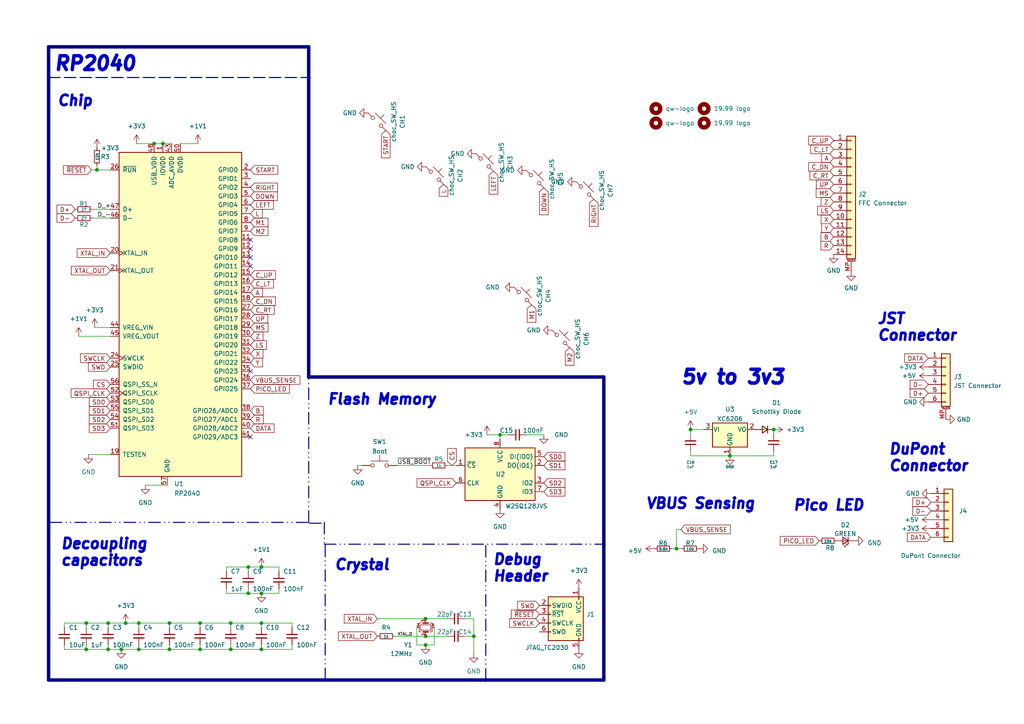
<source format=kicad_sch>
(kicad_sch (version 20230121) (generator eeschema)
  (paper "A4")
  (junction (at 31.369 188.341))
  (junction (at 89.535 109.347))
  (junction (at 72.009 172.085))
  (junction (at 31.369 180.721))
  (junction (at 123.444 184.531))
  (junction (at 224.409 124.587))
  (junction (at 75.819 180.721))
  (junction (at 16.256 224.79))
  (junction (at 11.176 229.489))
  (junction (at 58.039 180.721))
  (junction (at 49.149 180.721))
  (junction (at 28.1112 49.276))
  (junction (at 36.449 180.721))
  (junction (at 35.179 188.341))
  (junction (at 25.019 188.341))
  (junction (at 140.89 197.231))
  (junction (at 72.009 164.465))
  (junction (at 200.279 124.587) (diameter 0.9144))
  (junction (at 49.149 188.341))
  (junction (at 44.704 41.656))
  (junction (at 11.176 224.79))
  (junction (at 14.097 22.479))
  (junction (at 75.819 164.465))
  (junction (at 40.259 180.721))
  (junction (at 123.444 187.071))
  (junction (at 211.709 132.207) (diameter 0.9144))
  (junction (at 75.819 188.341))
  (junction (at 66.929 188.341))
  (junction (at 123.444 179.451))
  (junction (at 145.034 126.111))
  (junction (at 137.414 184.531))
  (junction (at 175.133 157.8441))
  (junction (at 75.9714 252.73))
  (junction (at 66.929 180.721))
  (junction (at 58.039 188.341))
  (junction (at 196.215 159.131))
  (junction (at 47.244 41.656))
  (junction (at 25.019 180.721))
  (junction (at 75.819 172.085))
  (junction (at 89.535 22.479))
  (junction (at 40.259 188.341))
  (no_connect (at 23.876 247.65))
  (no_connect (at 41.656 247.65))
  (no_connect (at 72.644 126.746))
  (no_connect (at 72.644 74.676))
  (no_connect (at 76.327 285.75))
  (no_connect (at 26.416 247.65))
  (no_connect (at 72.644 77.216))
  (no_connect (at 49.276 247.65))
  (no_connect (at 76.327 290.83))
  (no_connect (at 72.644 72.136))
  (no_connect (at 34.036 247.65))
  (no_connect (at 72.644 69.596))
  (no_connect (at 72.644 107.696))
  (wire (pts (xy 125.984 181.991) (xy 125.984 187.071)))
  (bus (pts (xy 14.605 151.511) (xy 89.535 151.511)) (stroke (width 0) (type dash_dot_dot)))
  (wire (pts (xy 125.984 187.071) (xy 123.444 187.071)))
  (wire (pts (xy 40.259 180.721) (xy 40.259 181.991)))
  (wire (pts (xy 80.899 164.465) (xy 80.899 165.735)))
  (wire (pts (xy 49.149 180.721) (xy 49.149 181.991)))
  (wire (pts (xy 211.709 132.207) (xy 224.409 132.207)))
  (wire (pts (xy 49.149 188.341) (xy 49.149 187.071)))
  (wire (pts (xy 134.874 179.451) (xy 137.414 179.451)))
  (wire (pts (xy 31.369 188.341) (xy 35.179 188.341)))
  (wire (pts (xy 109.474 179.451) (xy 123.444 179.451)))
  (bus (pts (xy 14.097 13.589) (xy 89.535 13.589)) (stroke (width 1)))
  (wire (pts (xy 47.244 41.656) (xy 49.784 41.656)))
  (bus (pts (xy 89.535 13.589) (xy 89.535 22.479)) (stroke (width 1)))
  (wire (pts (xy 40.259 188.341) (xy 40.259 187.071)))
  (wire (pts (xy 26.8732 63.246) (xy 32.004 63.246)))
  (wire (pts (xy 31.369 180.721) (xy 36.449 180.721)))
  (bus (pts (xy 89.535 151.511) (xy 89.535 109.347)) (stroke (width 0) (type dash_dot_dot)))
  (wire (pts (xy 65.659 172.085) (xy 72.009 172.085)))
  (wire (pts (xy 75.819 180.721) (xy 75.819 181.991)))
  (wire (pts (xy 75.9714 252.73) (xy 77.216 252.73)))
  (wire (pts (xy 32.004 97.536) (xy 22.8346 97.536)))
  (wire (pts (xy 224.409 130.9116) (xy 224.409 132.207)))
  (wire (pts (xy 65.659 164.465) (xy 65.659 165.735)))
  (bus (pts (xy 140.89 197.231) (xy 140.89 157.861)) (stroke (width 0) (type dash_dot_dot)))
  (wire (pts (xy 123.444 184.531) (xy 114.554 184.531)))
  (wire (pts (xy 58.039 180.721) (xy 66.929 180.721)))
  (wire (pts (xy 40.259 188.341) (xy 49.149 188.341)))
  (wire (pts (xy 120.904 187.071) (xy 123.444 187.071)))
  (wire (pts (xy 25.019 187.071) (xy 25.019 188.341)))
  (wire (pts (xy 196.215 153.543) (xy 196.215 159.131)))
  (wire (pts (xy 145.034 126.111) (xy 147.574 126.111)))
  (wire (pts (xy 18.669 187.071) (xy 18.669 188.341)))
  (wire (pts (xy 18.669 180.721) (xy 25.019 180.721)))
  (wire (pts (xy 28.1112 48.006) (xy 28.1112 49.276)))
  (wire (pts (xy 36.449 180.721) (xy 40.259 180.721)))
  (wire (pts (xy 42.164 140.716) (xy 48.514 140.716)))
  (wire (pts (xy 194.945 159.131) (xy 196.215 159.131)))
  (wire (pts (xy 80.899 172.085) (xy 80.899 170.815)))
  (wire (pts (xy 27.4574 94.996) (xy 32.004 94.996)))
  (wire (pts (xy 75.819 164.465) (xy 80.899 164.465)))
  (wire (pts (xy 115.189 135.001) (xy 124.714 135.001)))
  (wire (pts (xy 66.929 187.071) (xy 66.929 188.341)))
  (bus (pts (xy 14.097 22.479) (xy 89.535 22.479)) (stroke (width 0) (type dash)))
  (wire (pts (xy 75.819 188.341) (xy 75.819 187.071)))
  (wire (pts (xy 11.176 232.41) (xy 16.256 232.41)))
  (wire (pts (xy 129.794 135.001) (xy 132.334 135.001)))
  (wire (pts (xy 35.179 188.341) (xy 40.259 188.341)))
  (bus (pts (xy 94.3282 158.0981) (xy 94.3282 197.485)) (stroke (width 0) (type dash_dot_dot)))
  (wire (pts (xy 25.019 188.341) (xy 31.369 188.341)))
  (bus (pts (xy 175.133 157.8441) (xy 175.133 157.861)))
  (wire (pts (xy 72.009 170.815) (xy 72.009 172.085)))
  (wire (pts (xy 44.704 41.656) (xy 47.244 41.656)))
  (wire (pts (xy 26.8732 60.706) (xy 32.004 60.706)))
  (bus (pts (xy 89.535 22.479) (xy 89.535 109.347)) (stroke (width 1)))
  (wire (pts (xy 72.009 164.465) (xy 72.009 165.735)))
  (bus (pts (xy 175.133 157.8441) (xy 175.133 109.347)) (stroke (width 1)))
  (wire (pts (xy 75.819 172.085) (xy 80.899 172.085)))
  (wire (pts (xy 66.929 180.721) (xy 66.929 181.991)))
  (wire (pts (xy 72.009 164.465) (xy 65.659 164.465)))
  (wire (pts (xy 58.039 188.341) (xy 66.929 188.341)))
  (bus (pts (xy 14.097 197.231) (xy 140.89 197.231)) (stroke (width 1)))
  (wire (pts (xy 69.596 247.65) (xy 67.056 247.65)))
  (wire (pts (xy 28.1112 49.276) (xy 32.004 49.276)))
  (wire (pts (xy 31.369 180.721) (xy 31.369 181.991)))
  (wire (pts (xy 145.034 126.111) (xy 145.034 127.381)))
  (wire (pts (xy 75.819 164.465) (xy 72.009 164.465)))
  (wire (pts (xy 75.819 180.721) (xy 84.709 180.721)))
  (wire (pts (xy 31.369 187.071) (xy 31.369 188.341)))
  (wire (pts (xy 16.256 224.79) (xy 16.256 229.489)))
  (wire (pts (xy 74.676 252.73) (xy 75.9714 252.73)))
  (bus (pts (xy 94.0742 157.8441) (xy 175.133 157.8441)) (stroke (width 0) (type dash_dot_dot)))
  (wire (pts (xy 200.279 124.587) (xy 200.279 125.857)))
  (wire (pts (xy 137.414 184.531) (xy 137.414 189.611)))
  (wire (pts (xy 84.709 188.341) (xy 84.709 187.071)))
  (wire (pts (xy 64.516 247.65) (xy 61.976 247.65)))
  (wire (pts (xy 75.819 188.341) (xy 84.709 188.341)))
  (bus (pts (xy 140.89 197.231) (xy 175.133 197.231)) (stroke (width 1)))
  (wire (pts (xy 49.149 188.341) (xy 58.039 188.341)))
  (wire (pts (xy 11.176 229.489) (xy 11.176 232.41)))
  (wire (pts (xy 152.654 126.111) (xy 157.734 126.111)))
  (wire (pts (xy 26.5683 49.276) (xy 28.1112 49.276)))
  (wire (pts (xy 31.369 180.721) (xy 25.019 180.721)))
  (wire (pts (xy 49.149 180.721) (xy 58.039 180.721)))
  (wire (pts (xy 25.019 180.721) (xy 25.019 181.991)))
  (bus (pts (xy 94.0742 151.511) (xy 94.0742 157.8441)) (stroke (width 0) (type dash_dot_dot)))
  (wire (pts (xy 103.759 135.001) (xy 105.029 135.001)))
  (wire (pts (xy 141.224 126.111) (xy 145.034 126.111)))
  (wire (pts (xy 120.904 181.991) (xy 120.904 187.071)))
  (wire (pts (xy 137.414 179.451) (xy 137.414 184.531)))
  (wire (pts (xy 196.215 159.131) (xy 197.6628 159.131)))
  (wire (pts (xy 200.279 130.937) (xy 200.279 132.207)))
  (wire (pts (xy 137.414 184.531) (xy 134.874 184.531)))
  (wire (pts (xy 84.709 180.721) (xy 84.709 181.991)))
  (wire (pts (xy 129.794 184.531) (xy 123.444 184.531)))
  (wire (pts (xy 66.929 188.341) (xy 75.819 188.341)))
  (bus (pts (xy 89.789 151.765) (xy 94.3282 151.765)) (stroke (width 0) (type dash_dot_dot)))
  (bus (pts (xy 89.535 109.347) (xy 175.133 109.347)) (stroke (width 1)))
  (wire (pts (xy 72.009 172.085) (xy 75.819 172.085)))
  (bus (pts (xy 175.133 197.231) (xy 175.133 157.8441)) (stroke (width 1)))
  (wire (pts (xy 39.624 41.656) (xy 44.704 41.656)))
  (wire (pts (xy 11.176 224.79) (xy 11.176 229.489)))
  (wire (pts (xy 211.709 132.207) (xy 200.279 132.207)))
  (wire (pts (xy 25.654 131.826) (xy 32.004 131.826)))
  (wire (pts (xy 58.039 187.071) (xy 58.039 188.341)))
  (wire (pts (xy 224.409 125.8316) (xy 224.409 124.587)))
  (wire (pts (xy 52.324 41.656) (xy 57.404 41.656)))
  (bus (pts (xy 14.097 22.479) (xy 14.097 197.231)) (stroke (width 1)))
  (wire (pts (xy 197.485 153.543) (xy 196.215 153.543)))
  (wire (pts (xy 129.794 179.451) (xy 123.444 179.451)))
  (wire (pts (xy 200.279 124.587) (xy 204.089 124.587)))
  (wire (pts (xy 18.669 181.991) (xy 18.669 180.721)))
  (wire (pts (xy 58.039 180.721) (xy 58.039 181.991)))
  (wire (pts (xy 18.669 188.341) (xy 25.019 188.341)))
  (wire (pts (xy 66.929 180.721) (xy 75.819 180.721)))
  (wire (pts (xy 40.259 180.721) (xy 49.149 180.721)))
  (bus (pts (xy 14.097 13.589) (xy 14.097 22.479)) (stroke (width 1)))
  (wire (pts (xy 65.659 170.815) (xy 65.659 172.085)))
  (text "RP2040" (at 15.367 20.955 0) (effects (font (size 4 4) (thickness 2) bold italic) (justify left bottom)))
  (text "ESD Protection" (at 11.303 273.558 0) (effects (font (size 4 4) (thickness 2) bold italic) (justify left bottom)))
  (text "Pico LED" (at 229.8192 148.463 0) (effects (font (size 3 3) (thickness 2) bold italic) (justify left bottom)))
  (text "Flash Memory" (at 94.742 117.729 0) (effects (font (size 3 3) (thickness 2) bold italic) (justify left bottom)))
  (text "Crystal" (at 96.774 165.735 0) (effects (font (size 3 3) (thickness 2) bold italic) (justify left bottom)))
  (text "JST\nConnector" (at 254.254 99.187 0) (effects (font (size 3 3) (thickness 2) bold italic) (justify left bottom)))
  (text "USB PORT" (at 8.382 216.662 0) (effects (font (size 4 4) (thickness 2) bold italic) (justify left bottom)))
  (text "Chip" (at 16.383 31.115 0) (effects (font (size 3 3) (thickness 2) bold italic) (justify left bottom)))
  (text "5v to 3v3" (at 197.231 111.887 0) (effects (font (size 4 4) (thickness 2) bold italic) (justify left bottom)))
  (text "VBUS Sensing" (at 187.071 147.955 0) (effects (font (size 3 3) (thickness 2) bold italic) (justify left bottom)))
  (text "DuPont\nConnector" (at 257.556 137.033 0) (effects (font (size 3 3) (thickness 2) bold italic) (justify left bottom)))
  (text "Decoupling\ncapacitors" (at 17.399 164.465 0) (effects (font (size 3 3) (thickness 2) bold italic) (justify left bottom)))
  (text "Debug\nHeader" (at 142.748 169.037 0) (effects (font (size 3 3) (thickness 2) bold italic) (justify left bottom)))
  (label "~{USB_BOOT}" (at 115.189 135.001 0))
  (label "D_-" (at 28.194 63.246 0))
  (label "D_+" (at 28.194 60.706 0))
  (label "XTAL_O" (at 119.634 184.531 180) (effects (font (size 0.8 0.8))))
  (global_label "C_RT" (shape input) (at 195.453 236.601 180) (property "Intersheetrefs" "${INTERSHEET_REFS}" (effects hide)))
  (global_label "C_UP" (shape input) (at 241.808 40.767 180) (property "Intersheetrefs" "${INTERSHEET_REFS}" (effects hide)))
  (global_label "SWCLK" (shape input) (at 32.004 103.886 180) (property "Intersheetrefs" "${INTERSHEET_REFS}" (effects hide)))
  (global_label "M2" (shape input) (at 72.644 67.056 0) (property "Intersheetrefs" "${INTERSHEET_REFS}" (effects hide)))
  (global_label "SD3" (shape input) (at 157.734 142.621 0) (property "Intersheetrefs" "${INTERSHEET_REFS}" (effects hide)))
  (global_label "Y" (shape input) (at 195.453 251.841 180) (property "Intersheetrefs" "${INTERSHEET_REFS}" (effects hide)))
  (global_label "LEFT" (shape input) (at 72.644 59.436 0) (property "Intersheetrefs" "${INTERSHEET_REFS}" (effects hide)))
  (global_label "Y" (shape input) (at 241.808 66.167 180) (property "Intersheetrefs" "${INTERSHEET_REFS}" (effects hide)))
  (global_label "QSPI_CLK" (shape input) (at 132.334 140.081 180) (property "Intersheetrefs" "${INTERSHEET_REFS}" (effects hide)))
  (global_label "DATA" (shape input) (at 130.556 274.066 180) (property "Intersheetrefs" "${INTERSHEET_REFS}" (effects hide)))
  (global_label "A" (shape input) (at 260.604 295.529 270) (property "Intersheetrefs" "${INTERSHEET_REFS}" (effects hide)))
  (global_label "D-" (shape input) (at 130.556 266.446 180) (property "Intersheetrefs" "${INTERSHEET_REFS}" (effects hide)))
  (global_label "D+" (shape input) (at 21.7932 60.706 180) (property "Intersheetrefs" "${INTERSHEET_REFS}" (effects hide)))
  (global_label "DATA" (shape input) (at 72.644 124.206 0) (property "Intersheetrefs" "${INTERSHEET_REFS}" (effects hide)))
  (global_label "3vCable" (shape input) (at 31.496 247.65 270) (property "Intersheetrefs" "${INTERSHEET_REFS}" (effects hide)))
  (global_label "SD0" (shape input) (at 32.004 116.586 180) (property "Intersheetrefs" "${INTERSHEET_REFS}" (effects hide)))
  (global_label "M2" (shape input) (at 165.227 100.838 270) (property "Intersheetrefs" "${INTERSHEET_REFS}" (effects hide)))
  (global_label "M1" (shape input) (at 72.644 64.516 0) (property "Intersheetrefs" "${INTERSHEET_REFS}" (effects hide)))
  (global_label "3vDiode" (shape input) (at 129.159 244.983 180) (property "Intersheetrefs" "${INTERSHEET_REFS}" (effects hide)))
  (global_label "RIGHT" (shape input) (at 172.212 57.785 270) (property "Intersheetrefs" "${INTERSHEET_REFS}" (effects hide)))
  (global_label "3vDiode" (shape input) (at 109.728 226.695 0) (property "Intersheetrefs" "${INTERSHEET_REFS}" (effects hide)))
  (global_label "M1" (shape input) (at 154.178 88.392 270) (property "Intersheetrefs" "${INTERSHEET_REFS}" (effects hide)))
  (global_label "DOWN" (shape input) (at 157.734 54.483 270) (property "Intersheetrefs" "${INTERSHEET_REFS}" (effects hide)))
  (global_label "DATA" (shape input) (at 269.24 103.886 180) (property "Intersheetrefs" "${INTERSHEET_REFS}" (effects hide)))
  (global_label "3vCable" (shape input) (at 46.736 247.65 270) (property "Intersheetrefs" "${INTERSHEET_REFS}" (effects hide)))
  (global_label "DATA" (shape input) (at 270.002 155.829 180) (property "Intersheetrefs" "${INTERSHEET_REFS}" (effects hide)))
  (global_label "C_UP" (shape input) (at 243.967 284.099 270) (property "Intersheetrefs" "${INTERSHEET_REFS}" (effects hide)))
  (global_label "C_LT" (shape input) (at 195.453 228.981 180) (property "Intersheetrefs" "${INTERSHEET_REFS}" (effects hide)))
  (global_label "D+" (shape input) (at 129.159 237.363 180) (property "Intersheetrefs" "${INTERSHEET_REFS}" (effects hide)))
  (global_label "SWD" (shape input) (at 156.464 175.641 180) (property "Intersheetrefs" "${INTERSHEET_REFS}" (effects hide)))
  (global_label "PICO_LED" (shape input) (at 72.644 112.776 0) (property "Intersheetrefs" "${INTERSHEET_REFS}" (effects hide)))
  (global_label "MS" (shape input) (at 241.808 56.007 180) (property "Intersheetrefs" "${INTERSHEET_REFS}" (effects hide)))
  (global_label "LS" (shape input) (at 241.808 61.087 180) (property "Intersheetrefs" "${INTERSHEET_REFS}" (effects hide)))
  (global_label "VBUS_SENSE" (shape input) (at 197.485 153.543 0) (property "Intersheetrefs" "${INTERSHEET_REFS}" (effects hide)))
  (global_label "R" (shape input) (at 72.644 121.666 0) (property "Intersheetrefs" "${INTERSHEET_REFS}" (effects hide)))
  (global_label "C_UP" (shape input) (at 195.453 226.441 180) (property "Intersheetrefs" "${INTERSHEET_REFS}" (effects hide)))
  (global_label "C_LT" (shape input) (at 72.644 82.296 0) (property "Intersheetrefs" "${INTERSHEET_REFS}" (effects hide)))
  (global_label "SWD" (shape input) (at 32.004 106.426 180) (property "Intersheetrefs" "${INTERSHEET_REFS}" (effects hide)))
  (global_label "XTAL_OUT" (shape input) (at 32.004 78.486 180) (property "Intersheetrefs" "${INTERSHEET_REFS}" (effects hide)))
  (global_label "X" (shape input) (at 241.808 63.627 180) (property "Intersheetrefs" "${INTERSHEET_REFS}" (effects hide)))
  (global_label "Y" (shape input) (at 244.856 233.68 270) (property "Intersheetrefs" "${INTERSHEET_REFS}" (effects hide)))
  (global_label "LS" (shape input) (at 195.453 246.761 180) (property "Intersheetrefs" "${INTERSHEET_REFS}" (effects hide)))
  (global_label "D-" (shape input) (at 270.002 148.209 180) (property "Intersheetrefs" "${INTERSHEET_REFS}" (effects hide)))
  (global_label "A" (shape input) (at 195.453 231.521 180) (property "Intersheetrefs" "${INTERSHEET_REFS}" (effects hide)))
  (global_label "C_RT" (shape input) (at 256.54 280.797 270) (property "Intersheetrefs" "${INTERSHEET_REFS}" (effects hide)))
  (global_label "DBUS+" (shape input) (at 63.2968 247.65 270) (property "Intersheetrefs" "${INTERSHEET_REFS}" (effects hide)))
  (global_label "R" (shape input) (at 195.453 256.921 180) (property "Intersheetrefs" "${INTERSHEET_REFS}" (effects hide)))
  (global_label "A" (shape input) (at 72.644 84.836 0) (property "Intersheetrefs" "${INTERSHEET_REFS}" (effects hide)))
  (global_label "START" (shape input) (at 72.644 49.276 0) (property "Intersheetrefs" "${INTERSHEET_REFS}" (effects hide)))
  (global_label "D+" (shape input) (at 269.24 114.046 180) (property "Intersheetrefs" "${INTERSHEET_REFS}" (effects hide)))
  (global_label "C_DN" (shape input) (at 195.453 234.061 180) (property "Intersheetrefs" "${INTERSHEET_REFS}" (effects hide)))
  (global_label "C_DN" (shape input) (at 241.808 48.387 180) (property "Intersheetrefs" "${INTERSHEET_REFS}" (effects hide)))
  (global_label "B" (shape input) (at 72.644 119.126 0) (property "Intersheetrefs" "${INTERSHEET_REFS}" (effects hide)))
  (global_label "Z" (shape input) (at 266.954 250.063 270) (property "Intersheetrefs" "${INTERSHEET_REFS}" (effects hide)))
  (global_label "B" (shape input) (at 241.808 68.707 180) (property "Intersheetrefs" "${INTERSHEET_REFS}" (effects hide)))
  (global_label "C_RT" (shape input) (at 241.808 50.927 180) (property "Intersheetrefs" "${INTERSHEET_REFS}" (effects hide)))
  (global_label "~{RESET}" (shape input) (at 156.464 178.181 180) (property "Intersheetrefs" "${INTERSHEET_REFS}" (effects hide)))
  (global_label "SD2" (shape input) (at 32.004 121.666 180) (property "Intersheetrefs" "${INTERSHEET_REFS}" (effects hide)))
  (global_label "~{RESET}" (shape input) (at 26.5683 49.276 180) (property "Intersheetrefs" "${INTERSHEET_REFS}" (effects hide)))
  (global_label "MS" (shape input) (at 72.644 94.996 0) (property "Intersheetrefs" "${INTERSHEET_REFS}" (effects hide)))
  (global_label "CS" (shape input) (at 32.004 111.506 180) (property "Intersheetrefs" "${INTERSHEET_REFS}" (effects hide)))
  (global_label "MS" (shape input) (at 274.955 240.665 270) (property "Intersheetrefs" "${INTERSHEET_REFS}" (effects hide)))
  (global_label "RIGHT" (shape input) (at 72.644 54.356 0) (property "Intersheetrefs" "${INTERSHEET_REFS}" (effects hide)))
  (global_label "UP" (shape input) (at 282.829 254.508 270) (property "Intersheetrefs" "${INTERSHEET_REFS}" (effects hide)))
  (global_label "Z" (shape input) (at 195.453 244.221 180) (property "Intersheetrefs" "${INTERSHEET_REFS}" (effects hide)))
  (global_label "X" (shape input) (at 195.453 249.301 180) (property "Intersheetrefs" "${INTERSHEET_REFS}" (effects hide)))
  (global_label "SD2" (shape input) (at 157.734 140.081 0) (property "Intersheetrefs" "${INTERSHEET_REFS}" (effects hide)))
  (global_label "A" (shape input) (at 241.808 45.847 180) (property "Intersheetrefs" "${INTERSHEET_REFS}" (effects hide)))
  (global_label "DATABUS" (shape input) (at 96.647 285.75 0) (property "Intersheetrefs" "${INTERSHEET_REFS}" (effects hide)))
  (global_label "DATA" (shape input) (at 96.647 290.83 0) (property "Intersheetrefs" "${INTERSHEET_REFS}" (effects hide)))
  (global_label "DBUS+" (shape input) (at 24.003 294.132 180) (property "Intersheetrefs" "${INTERSHEET_REFS}" (effects hide)))
  (global_label "XTAL_IN" (shape input) (at 32.004 73.406 180) (property "Intersheetrefs" "${INTERSHEET_REFS}" (effects hide)))
  (global_label "3vDiode" (shape input) (at 130.556 271.526 180) (property "Intersheetrefs" "${INTERSHEET_REFS}" (effects hide)))
  (global_label "C_DN" (shape input) (at 249.174 311.023 270) (property "Intersheetrefs" "${INTERSHEET_REFS}" (effects hide)))
  (global_label "C_RT" (shape input) (at 72.644 89.916 0) (property "Intersheetrefs" "${INTERSHEET_REFS}" (effects hide)))
  (global_label "B" (shape input) (at 244.856 252.603 270) (property "Intersheetrefs" "${INTERSHEET_REFS}" (effects hide)))
  (global_label "SWCLK" (shape input) (at 156.464 180.721 180) (property "Intersheetrefs" "${INTERSHEET_REFS}" (effects hide)))
  (global_label "XTAL_OUT" (shape input) (at 109.474 184.531 180) (property "Intersheetrefs" "${INTERSHEET_REFS}" (effects hide)))
  (global_label "3vCable" (shape input) (at 86.487 278.13 90) (property "Intersheetrefs" "${INTERSHEET_REFS}" (effects hide)))
  (global_label "D-" (shape input) (at 44.323 289.052 0) (property "Intersheetrefs" "${INTERSHEET_REFS}" (effects hide)))
  (global_label "UP" (shape input) (at 195.453 239.141 180) (property "Intersheetrefs" "${INTERSHEET_REFS}" (effects hide)))
  (global_label "DATABUS" (shape input) (at 54.356 247.65 270) (property "Intersheetrefs" "${INTERSHEET_REFS}" (effects hide)))
  (global_label "L" (shape input) (at 128.651 53.467 270) (property "Intersheetrefs" "${INTERSHEET_REFS}" (effects hide)))
  (global_label "DBUS-" (shape input) (at 68.3768 247.65 270) (property "Intersheetrefs" "${INTERSHEET_REFS}" (effects hide)))
  (global_label "PICO_LED" (shape input) (at 237.617 156.845 180) (property "Intersheetrefs" "${INTERSHEET_REFS}" (effects hide)))
  (global_label "LS" (shape input) (at 72.644 100.076 0) (property "Intersheetrefs" "${INTERSHEET_REFS}" (effects hide)))
  (global_label "3vCable" (shape input) (at 104.648 226.695 180) (property "Intersheetrefs" "${INTERSHEET_REFS}" (effects hide)))
  (global_label "D-" (shape input) (at 21.7932 63.246 180) (property "Intersheetrefs" "${INTERSHEET_REFS}" (effects hide)))
  (global_label "START" (shape input) (at 111.887 37.846 270) (property "Intersheetrefs" "${INTERSHEET_REFS}" (effects hide)))
  (global_label "D-" (shape input) (at 269.24 111.506 180) (property "Intersheetrefs" "${INTERSHEET_REFS}" (effects hide)))
  (global_label "D+" (shape input) (at 130.556 263.906 180) (property "Intersheetrefs" "${INTERSHEET_REFS}" (effects hide)))
  (global_label "Z" (shape input) (at 72.644 97.536 0) (property "Intersheetrefs" "${INTERSHEET_REFS}" (effects hide)))
  (global_label "DATA" (shape input) (at 129.159 247.523 180) (property "Intersheetrefs" "${INTERSHEET_REFS}" (effects hide)))
  (global_label "XTAL_IN" (shape input) (at 109.474 179.451 180) (property "Intersheetrefs" "${INTERSHEET_REFS}" (effects hide)))
  (global_label "C_DN" (shape input) (at 72.644 87.376 0) (property "Intersheetrefs" "${INTERSHEET_REFS}" (effects hide)))
  (global_label "DBUS-" (shape input) (at 44.323 294.132 0) (property "Intersheetrefs" "${INTERSHEET_REFS}" (effects hide)))
  (global_label "C_UP" (shape input) (at 72.644 79.756 0) (property "Intersheetrefs" "${INTERSHEET_REFS}" (effects hide)))
  (global_label "R" (shape input) (at 236.982 238.76 270) (property "Intersheetrefs" "${INTERSHEET_REFS}" (effects hide)))
  (global_label "Y" (shape input) (at 72.644 105.156 0) (property "Intersheetrefs" "${INTERSHEET_REFS}" (effects hide)))
  (global_label "X" (shape input) (at 72.644 102.616 0) (property "Intersheetrefs" "${INTERSHEET_REFS}" (effects hide)))
  (global_label "DOWN" (shape input) (at 72.644 56.896 0) (property "Intersheetrefs" "${INTERSHEET_REFS}" (effects hide)))
  (global_label "MS" (shape input) (at 195.453 241.681 180) (property "Intersheetrefs" "${INTERSHEET_REFS}" (effects hide)))
  (global_label "LEFT" (shape input) (at 143.129 49.657 270) (property "Intersheetrefs" "${INTERSHEET_REFS}" (effects hide)))
  (global_label "SD0" (shape input) (at 157.734 132.461 0) (property "Intersheetrefs" "${INTERSHEET_REFS}" (effects hide)))
  (global_label "VBUS_SENSE" (shape input) (at 72.644 110.236 0) (property "Intersheetrefs" "${INTERSHEET_REFS}" (effects hide)))
  (global_label "SD3" (shape input) (at 32.004 124.206 180) (property "Intersheetrefs" "${INTERSHEET_REFS}" (effects hide)))
  (global_label "UP" (shape input) (at 72.644 92.456 0) (property "Intersheetrefs" "${INTERSHEET_REFS}" (effects hide)))
  (global_label "R" (shape input) (at 241.808 71.247 180) (property "Intersheetrefs" "${INTERSHEET_REFS}" (effects hide)))
  (global_label "C_LT" (shape input) (at 247.142 297.815 270) (property "Intersheetrefs" "${INTERSHEET_REFS}" (effects hide)))
  (global_label "SD1" (shape input) (at 32.004 119.126 180) (property "Intersheetrefs" "${INTERSHEET_REFS}" (effects hide)))
  (global_label "C_LT" (shape input) (at 241.808 43.307 180) (property "Intersheetrefs" "${INTERSHEET_REFS}" (effects hide)))
  (global_label "D-" (shape input) (at 129.159 239.903 180) (property "Intersheetrefs" "${INTERSHEET_REFS}" (effects hide)))
  (global_label "LS" (shape input) (at 259.08 236.22 270) (property "Intersheetrefs" "${INTERSHEET_REFS}" (effects hide)))
  (global_label "D+" (shape input) (at 24.003 289.052 180) (property "Intersheetrefs" "${INTERSHEET_REFS}" (effects hide)))
  (global_label "D+" (shape input) (at 270.002 145.669 180) (property "Intersheetrefs" "${INTERSHEET_REFS}" (effects hide)))
  (global_label "SD1" (shape input) (at 157.734 135.001 0) (property "Intersheetrefs" "${INTERSHEET_REFS}" (effects hide)))
  (global_label "X" (shape input) (at 252.73 247.523 270) (property "Intersheetrefs" "${INTERSHEET_REFS}" (effects hide)))
  (global_label "CS" (shape input) (at 131.064 135.001 90) (property "Intersheetrefs" "${INTERSHEET_REFS}" (effects hide)))
  (global_label "DATABUS" (shape input) (at 39.116 247.65 270) (property "Intersheetrefs" "${INTERSHEET_REFS}" (effects hide)))
  (global_label "B" (shape input) (at 195.453 254.381 180) (property "Intersheetrefs" "${INTERSHEET_REFS}" (effects hide)))
  (global_label "QSPI_CLK" (shape input) (at 32.004 114.046 180) (property "Intersheetrefs" "${INTERSHEET_REFS}" (effects hide)))
  (global_label "UP" (shape input) (at 241.808 53.467 180) (property "Intersheetrefs" "${INTERSHEET_REFS}" (effects hide)))
  (global_label "Z" (shape input) (at 241.808 58.547 180) (property "Intersheetrefs" "${INTERSHEET_REFS}" (effects hide)))
  (global_label "L" (shape input) (at 72.644 61.976 0) (property "Intersheetrefs" "${INTERSHEET_REFS}" (effects hide)))
  (symbol (lib_id "Device:C_Small") (at 80.899 168.275 0) (unit 1)
    (property "Reference" "C11" (at 82.169 165.7349 0) (effects (justify left)))
    (property "Value" "100nF" (at 82.169 170.8149 0) (effects (justify left)))
    (property "Footprint" "Capacitor_SMD:C_0402_1005Metric" (effects hide))
    (property "LCSC" "C1525" (effects hide))
  )
  (symbol (lib_id "Mechanical:MountingHole") (at 156.845 216.281 0) (unit 1) (in_bom no)
    (property "Reference" "H11" (at 159.893 215.646 0) (effects (justify left)))
    (property "Value" "qw logo" (at 159.893 218.186 0) (effects (justify left)))
    (property "Footprint" "qw-logo:qw new logo silk + copper sm" (effects hide))
  )
  (symbol (lib_id "Device:R_Small") (at 28.1112 45.466 0) (unit 1)
    (property "Reference" "R3" (at 29.1781 45.466 0) (effects (justify left)))
    (property "Value" "10k" (at 28.1875 46.5836 90) (effects (font (size 0.8 0.8)) (justify left)))
    (property "Footprint" "Resistor_SMD:R_0402_1005Metric" (effects hide))
    (property "LCSC" "C25744" (effects hide))
  )
  (symbol (lib_id "Mechanical:MountingHole") (at 171.45 324.993 0) (unit 1) (in_bom no)
    (property "Reference" "H15" (effects hide))
    (property "Value" "MouseBites" (at 174.244 324.993 0) (effects (justify left)))
    (property "Footprint" "PCM_marbastlib-various:mousebites_5p5mm_easysnap" (effects hide))
  )
  (symbol (lib_id "Device:C_Small") (at 132.334 179.451 270) (mirror x) (unit 1)
    (property "Reference" "C13" (at 134.874 178.181 90))
    (property "Value" "22pF" (at 129.159 178.181 90))
    (property "Footprint" "Capacitor_SMD:C_0402_1005Metric" (effects hide))
    (property "LCSC" "C1555" (effects hide))
  )
  (symbol (lib_id "power:+3V3") (at 27.4574 94.996 0) (unit 1)
    (property "Reference" "#PWR03" (effects hide))
    (property "Value" "+3V3" (at 27.4574 89.916 0))
  )
  (symbol (lib_id "power:GND") (at 106.807 32.766 270) (unit 1)
    (property "Reference" "#PWR013" (effects hide))
    (property "Value" "GND" (at 103.505 32.766 90) (effects (justify right)))
  )
  (symbol (lib_id "Mechanical:MountingHole") (at 204.089 277.241 0) (unit 1) (in_bom no)
    (property "Reference" "H7" (effects hide))
    (property "Value" "19.99 logo" (at 206.883 277.241 0) (effects (justify left)))
    (property "Footprint" "1999:1999 logo md" (effects hide))
  )
  (symbol (lib_id "Connector_Generic_MountingPin:Conn_01x06_MountingPin") (at 274.32 108.966 0) (unit 1)
    (property "Reference" "J3" (at 276.606 109.3216 0) (effects (justify left)))
    (property "Value" "JST Connector" (at 276.606 111.8616 0) (effects (justify left)))
    (property "Footprint" "Connector_JST:JST_SH_SM06B-SRSS-TB_1x06-1MP_P1.00mm_Horizontal" (effects hide))
    (property "LCSC" "C160405" (effects hide))
  )
  (symbol (lib_id "power:+3V3") (at 39.624 41.656 0) (unit 1)
    (property "Reference" "#PWR07" (effects hide))
    (property "Value" "+3V3" (at 39.624 36.576 0))
  )
  (symbol (lib_id "power:+5V") (at 129.159 242.443 90) (unit 1)
    (property "Reference" "#PWR048" (effects hide))
    (property "Value" "+5V" (at 125.603 242.443 90) (effects (justify left)))
  )
  (symbol (lib_id "power:+3.3V") (at 270.002 153.289 90) (unit 1)
    (property "Reference" "#PWR040" (effects hide))
    (property "Value" "+3.3V" (at 266.7 153.289 90) (effects (justify left)))
  )
  (symbol (lib_name "GND_2") (lib_id "power:GND") (at 246.888 78.867 0) (unit 1)
    (property "Reference" "#PWR033" (effects hide))
    (property "Value" "GND" (at 246.888 83.5372 0))
  )
  (symbol (lib_id "power:GND") (at 255.524 290.449 270) (unit 1)
    (property "Reference" "#PWR063" (effects hide))
    (property "Value" "GND" (at 251.333 290.449 90) (effects (justify right)))
  )
  (symbol (lib_id "Mechanical:MountingHole") (at 190.246 35.687 0) (unit 1) (in_bom no)
    (property "Reference" "H2" (effects hide))
    (property "Value" "qw-logo" (at 193.04 35.687 0) (effects (justify left)))
    (property "Footprint" "qw-logo:qw new logo silk + copper md" (effects hide))
  )
  (symbol (lib_id "Mechanical:MountingHole") (at 204.089 281.432 0) (unit 1) (in_bom no)
    (property "Reference" "H8" (effects hide))
    (property "Value" "19.99 logo" (at 206.883 281.432 0) (effects (justify left)))
    (property "Footprint" "1999:1999 logo md" (effects hide))
  )
  (symbol (lib_id "power:GND") (at 123.444 187.071 0) (mirror y) (unit 1)
    (property "Reference" "#PWR014" (effects hide))
    (property "Value" "GND" (at 123.444 192.151 0))
  )
  (symbol (lib_id "Device:C_Small") (at 58.039 184.531 0) (unit 1)
    (property "Reference" "C6" (at 59.309 181.9909 0) (effects (justify left)))
    (property "Value" "100nF" (at 59.309 187.0709 0) (effects (justify left)))
    (property "Footprint" "Capacitor_SMD:C_0402_1005Metric" (effects hide))
    (property "LCSC" "C1525" (effects hide))
  )
  (symbol (lib_id "power:+3V3") (at 167.894 170.561 0) (unit 1)
    (property "Reference" "#PWR025" (effects hide))
    (property "Value" "+3V3" (at 167.894 165.481 0))
  )
  (symbol (lib_id "Device:R_Small") (at 200.2028 159.131 90) (unit 1)
    (property "Reference" "R7" (at 201.5399 157.5581 90) (effects (justify left)))
    (property "Value" "10k" (at 201.3368 159.2426 90) (effects (font (size 0.8 0.8)) (justify left)))
    (property "Footprint" "Resistor_SMD:R_0603_1608Metric" (effects hide))
    (property "LCSC" "C25804" (effects hide))
  )
  (symbol (lib_id "Device:C_Small") (at 150.114 126.111 90) (unit 1)
    (property "Reference" "C15" (at 148.8439 124.841 90) (effects (justify left)))
    (property "Value" "100nF" (at 157.7339 124.841 90) (effects (justify left)))
    (property "Footprint" "Capacitor_SMD:C_0402_1005Metric" (effects hide))
    (property "LCSC" "C1525" (effects hide))
  )
  (symbol (lib_name "GND_1") (lib_id "power:GND") (at 269.24 116.586 270) (mirror x) (unit 1)
    (property "Reference" "#PWR035" (effects hide))
    (property "Value" "GND" (at 266.065 116.586 90) (effects (justify right)))
  )
  (symbol (lib_id "power:GND") (at 211.709 132.207 0) (unit 1)
    (property "Reference" "#PWR030" (effects hide))
    (property "Value" "GND" (at 211.709 135.382 0) (effects (font (size 0.762 0.762))))
  )
  (symbol (lib_id "power:GND") (at 34.163 301.752 0) (unit 1)
    (property "Reference" "#PWR044" (effects hide))
    (property "Value" "GND" (at 34.163 306.3145 0))
  )
  (symbol (lib_id "PCM_marbastlib-choc:choc_SW_HS") (at 272.415 238.125 270) (mirror x) (unit 1)
    (property "Reference" "CH19" (effects hide))
    (property "Value" "choc_SW_HS" (effects hide))
    (property "Footprint" "PCBs:Kailh_socket_PG1350" (effects hide))
    (property "LCSC" "C5333465" (effects hide))
  )
  (symbol (lib_id "power:GND") (at 239.776 228.6 270) (unit 1)
    (property "Reference" "#PWR056" (effects hide))
    (property "Value" "GND" (at 235.585 228.6 90) (effects (justify right)))
  )
  (symbol (lib_id "PCM_marbastlib-choc:choc_SW_HS") (at 250.19 244.983 270) (mirror x) (unit 1)
    (property "Reference" "CH14" (effects hide))
    (property "Value" "choc_SW_HS" (effects hide))
    (property "Footprint" "PCBs:Kailh_socket_PG1350" (effects hide))
    (property "LCSC" "C5333465" (effects hide))
  )
  (symbol (lib_id "Connector_Generic:Conn_01x06") (at 135.636 268.986 0) (mirror x) (unit 1)
    (property "Reference" "J8" (at 137.922 268.351 0) (effects (justify left)))
    (property "Value" "JST Connector" (at 137.922 265.811 0) (effects (justify left)))
    (property "Footprint" "Connector_JST:JST_SH_SM06B-SRSS-TB_1x06-1MP_P1.00mm_Horizontal" (effects hide))
    (property "LCSC" "C160405" (effects hide))
  )
  (symbol (lib_id "power:GND") (at 145.034 147.701 0) (unit 1)
    (property "Reference" "#PWR019" (effects hide))
    (property "Value" "GND" (at 145.034 152.781 0))
  )
  (symbol (lib_id "power:+5V") (at 189.865 159.131 90) (unit 1)
    (property "Reference" "#PWR027" (effects hide))
    (property "Value" "+5V" (at 186.182 159.766 90) (effects (justify left)))
  )
  (symbol (lib_id "PCM_marbastlib-choc:choc_SW_HS") (at 264.414 247.523 270) (mirror x) (unit 1)
    (property "Reference" "CH18" (effects hide))
    (property "Value" "choc_SW_HS" (effects hide))
    (property "Footprint" "PCBs:Kailh_socket_PG1350" (effects hide))
    (property "LCSC" "C5333465" (effects hide))
  )
  (symbol (lib_id "Device:R_Small") (at 24.3332 63.246 90) (unit 1)
    (property "Reference" "R2" (at 24.3332 65.1256 90))
    (property "Value" "27" (at 24.3332 63.3476 90) (effects (font (size 0.8 0.8))))
    (property "Footprint" "Resistor_SMD:R_0603_1608Metric" (effects hide))
    (property "LCSC" "C25190" (effects hide))
  )
  (symbol (lib_id "Mechanical:MountingHole") (at 172.72 330.073 0) (unit 1) (in_bom no)
    (property "Reference" "H18" (effects hide))
    (property "Value" "MouseBites" (at 175.514 330.073 0) (effects (justify left)))
    (property "Footprint" "PCM_marbastlib-various:mousebites_5p5mm_easysnap" (effects hide))
  )
  (symbol (lib_id "Device:C_Small") (at 13.716 229.489 270) (unit 1)
    (property "Reference" "C18" (at 15.875 228.346 90))
    (property "Value" "4.7u" (at 18.415 226.695 90))
    (property "Footprint" "Capacitor_SMD:C_0603_1608Metric" (effects hide))
    (property "LCSC" "C19666" (effects hide))
  )
  (symbol (lib_id "power:+5V") (at 34.163 281.432 0) (unit 1)
    (property "Reference" "#PWR043" (effects hide))
    (property "Value" "+5V" (at 34.163 277.8275 0))
  )
  (symbol (lib_id "Mechanical:MountingHole") (at 171.45 335.28 0) (unit 1) (in_bom no)
    (property "Reference" "H16" (effects hide))
    (property "Value" "MouseBites" (at 174.244 335.28 0) (effects (justify left)))
    (property "Footprint" "PCM_marbastlib-various:mousebites_5p5mm_easysnap" (effects hide))
  )
  (symbol (lib_id "PCM_marbastlib-choc:choc_SW_HS") (at 234.442 236.22 270) (mirror x) (unit 1)
    (property "Reference" "CH8" (effects hide))
    (property "Value" "choc_SW_HS" (effects hide))
    (property "Footprint" "PCBs:Kailh_socket_PG1350" (effects hide))
    (property "LCSC" "C5333465" (effects hide))
  )
  (symbol (lib_id "power:GND") (at 242.062 292.735 270) (unit 1)
    (property "Reference" "#PWR058" (effects hide))
    (property "Value" "GND" (at 237.871 292.735 90) (effects (justify right)))
  )
  (symbol (lib_id "Device:LED_Small") (at 245.237 156.845 180) (unit 1)
    (property "Reference" "D2" (at 245.1735 152.273 0))
    (property "Value" "GREEN" (at 245.1735 154.813 0))
    (property "Footprint" "LED_SMD:LED_0805_2012Metric" (effects hide))
    (property "LCSC" "C2297" (effects hide))
  )
  (symbol (lib_id "power:GND") (at 202.7428 159.131 90) (unit 1)
    (property "Reference" "#PWR029" (effects hide))
    (property "Value" "GND" (at 206.5528 159.766 90) (effects (justify right)))
  )
  (symbol (lib_id "PCM_marbastlib-choc:choc_SW_HS") (at 280.289 251.968 270) (mirror x) (unit 1)
    (property "Reference" "CH20" (effects hide))
    (property "Value" "choc_SW_HS" (effects hide))
    (property "Footprint" "PCBs:Kailh_socket_PG1350" (effects hide))
    (property "LCSC" "C5333465" (effects hide))
  )
  (symbol (lib_id "power:+3V3") (at 141.224 126.111 0) (unit 1)
    (property "Reference" "#PWR018" (effects hide))
    (property "Value" "+3V3" (at 137.414 126.111 0))
  )
  (symbol (lib_id "PCM_marbastlib-choc:choc_SW_HS") (at 242.316 231.14 270) (mirror x) (unit 1)
    (property "Reference" "CH10" (effects hide))
    (property "Value" "choc_SW_HS" (effects hide))
    (property "Footprint" "PCBs:Kailh_socket_PG1350" (effects hide))
    (property "LCSC" "C5333465" (effects hide))
  )
  (symbol (lib_id "power:+5V") (at 82.296 252.73 180) (unit 1)
    (property "Reference" "#PWR046" (effects hide))
    (property "Value" "+5V" (at 82.2961 256.1844 90) (effects (justify left)))
  )
  (symbol (lib_name "GND_1") (lib_id "power:GND") (at 270.002 143.129 270) (unit 1)
    (property "Reference" "#PWR038" (effects hide))
    (property "Value" "GND" (at 266.827 143.129 90) (effects (justify right)))
  )
  (symbol (lib_id "Device:C_Small") (at 66.929 184.531 0) (unit 1)
    (property "Reference" "C8" (at 68.199 181.9909 0) (effects (justify left)))
    (property "Value" "100nF" (at 68.199 187.0709 0) (effects (justify left)))
    (property "Footprint" "Capacitor_SMD:C_0402_1005Metric" (effects hide))
    (property "LCSC" "C1525" (effects hide))
  )
  (symbol (lib_name "GND_1") (lib_id "power:GND") (at 274.32 121.666 90) (mirror x) (unit 1)
    (property "Reference" "#PWR041" (effects hide))
    (property "Value" "GND" (at 277.495 121.666 90) (effects (justify right)))
  )
  (symbol (lib_id "power:GND") (at 261.874 244.983 270) (unit 1)
    (property "Reference" "#PWR064" (effects hide))
    (property "Value" "GND" (at 257.683 244.983 90) (effects (justify right)))
  )
  (symbol (lib_id "power:+5V") (at 130.556 268.986 90) (unit 1)
    (property "Reference" "#PWR049" (effects hide))
    (property "Value" "+5V" (at 127 268.986 90) (effects (justify left)))
  )
  (symbol (lib_id "PCM_marbastlib-choc:choc_SW_HS") (at 256.54 233.68 270) (mirror x) (unit 1)
    (property "Reference" "CH16" (effects hide))
    (property "Value" "choc_SW_HS" (effects hide))
    (property "Footprint" "PCBs:Kailh_socket_PG1350" (effects hide))
    (property "LCSC" "C5333465" (effects hide))
  )
  (symbol (lib_id "Sleep-lib:RP2040") (at 52.324 92.456 0) (unit 1)
    (property "Reference" "U1" (at 50.5334 140.3255 0) (effects (justify left)))
    (property "Value" "RP2040" (at 50.5334 143.1006 0) (effects (justify left)))
    (property "Footprint" "footprints:RP2040-QFN-56" (effects hide))
    (property "Datasheet" "https://datasheets.raspberrypi.com/rp2040/rp2040-datasheet.pdf" (effects hide))
    (property "LCSC" "C2040" (effects hide))
  )
  (symbol (lib_id "Mechanical:MountingHole") (at 171.831 342.138 0) (unit 1) (in_bom no)
    (property "Reference" "H17" (effects hide))
    (property "Value" "MouseBites" (at 174.625 342.138 0) (effects (justify left)))
    (property "Footprint" "PCM_marbastlib-various:mousebites_5p5mm_easysnap" (effects hide))
  )
  (symbol (lib_id "Device:C_Small") (at 200.279 128.397 180) (unit 1)
    (property "Reference" "C16" (at 200.279 134.112 0) (effects (font (size 0.762 0.762))))
    (property "Value" "1uF" (at 200.279 135.382 0) (effects (font (size 0.762 0.762))))
    (property "Footprint" "Capacitor_SMD:C_0402_1005Metric" (effects hide))
    (property "LCSC" "C52923" (effects hide))
  )
  (symbol (lib_id "Device:R_Small") (at 74.676 250.19 180) (unit 1)
    (property "Reference" "R10" (at 73.6091 250.19 0) (effects (justify left)))
    (property "Value" "5.1k" (at 74.7776 248.8692 90) (effects (font (size 0.8 0.8)) (justify left)))
    (property "Footprint" "Resistor_SMD:R_0603_1608Metric" (effects hide))
    (property "LCSC" "C23186" (effects hide))
  )
  (symbol (lib_id "Mechanical:MountingHole") (at 172.339 312.928 0) (unit 1) (in_bom no)
    (property "Reference" "H13" (effects hide))
    (property "Value" "MouseBites" (at 175.133 312.928 0) (effects (justify left)))
    (property "Footprint" "PCM_marbastlib-various:mousebites_5p5mm_easysnap" (effects hide))
  )
  (symbol (lib_id "Device:C_Small") (at 84.709 184.531 0) (unit 1)
    (property "Reference" "C12" (at 85.979 181.9909 0) (effects (justify left)))
    (property "Value" "100nF" (at 85.979 187.0709 0) (effects (justify left)))
    (property "Footprint" "Capacitor_SMD:C_0402_1005Metric" (effects hide))
    (property "LCSC" "C1525" (effects hide))
  )
  (symbol (lib_id "PCM_marbastlib-choc:choc_SW_HS") (at 258.064 292.989 270) (mirror x) (unit 1)
    (property "Reference" "CH17" (effects hide))
    (property "Value" "choc_SW_HS" (effects hide))
    (property "Footprint" "PCBs:Kailh_socket_PG1350" (effects hide))
    (property "LCSC" "C5333465" (effects hide))
  )
  (symbol (lib_id "Connector:USB_C_Receptacle") (at 56.896 232.41 270) (unit 1)
    (property "Reference" "J6" (at 90.6272 232.41 0))
    (property "Value" "USB C Connector" (at 88.0872 232.41 0))
    (property "Footprint" "Rectangles:TYPE-C_24P_QCHT" (effects hide))
    (property "Datasheet" "https://www.usb.org/sites/default/files/documents/usb_type-c.zip" (effects hide))
    (property "LCSC" "C456013" (effects hide))
  )
  (symbol (lib_name "GND_1") (lib_id "power:GND") (at 130.556 261.366 270) (unit 1)
    (property "Reference" "#PWR053" (effects hide))
    (property "Value" "GND" (at 127.381 261.366 90) (effects (justify right)))
  )
  (symbol (lib_id "power:GND") (at 138.049 44.577 270) (unit 1)
    (property "Reference" "#PWR017" (effects hide))
    (property "Value" "GND" (at 134.747 44.577 90) (effects (justify right)))
  )
  (symbol (lib_id "Device:C_Small") (at 75.819 184.531 0) (unit 1)
    (property "Reference" "C10" (at 77.089 181.9909 0) (effects (justify left)))
    (property "Value" "100nF" (at 77.089 187.0709 0) (effects (justify left)))
    (property "Footprint" "Capacitor_SMD:C_0402_1005Metric" (effects hide))
    (property "LCSC" "C1525" (effects hide))
  )
  (symbol (lib_id "Device:C_Small") (at 18.669 184.531 0) (unit 1)
    (property "Reference" "C1" (at 19.939 181.9909 0) (effects (justify left)))
    (property "Value" "10uF" (at 19.939 187.0709 0) (effects (justify left)))
    (property "Footprint" "Capacitor_SMD:C_0402_1005Metric" (effects hide))
    (property "LCSC" "C15525" (effects hide))
  )
  (symbol (lib_id "Mechanical:MountingHole") (at 190.119 281.432 0) (unit 1) (in_bom no)
    (property "Reference" "H6" (effects hide))
    (property "Value" "qw-logo" (at 192.913 281.432 0) (effects (justify left)))
    (property "Footprint" "qw-logo:qw new logo silk + copper md" (effects hide))
  )
  (symbol (lib_id "Connector_Generic:Conn_01x06") (at 275.082 148.209 0) (unit 1) (in_bom no)
    (property "Reference" "J4" (at 278.13 148.209 0) (effects (justify left)))
    (property "Value" "DuPont Connector" (at 261.239 161.163 0) (effects (justify left)))
    (property "Footprint" "Connector_PinHeader_2.54mm:PinHeader_1x06_P2.54mm_Vertical" (effects hide))
  )
  (symbol (lib_id "power:GND") (at 35.179 188.341 0) (unit 1)
    (property "Reference" "#PWR05" (effects hide))
    (property "Value" "GND" (at 35.179 193.421 0))
  )
  (symbol (lib_id "power:+1V1") (at 75.819 164.465 0) (unit 1)
    (property "Reference" "#PWR010" (effects hide))
    (property "Value" "+1V1" (at 75.819 159.385 0))
  )
  (symbol (lib_id "power:GND") (at 75.9714 252.73 0) (unit 1)
    (property "Reference" "#PWR045" (effects hide))
    (property "Value" "GND" (at 75.9714 258.4196 0))
  )
  (symbol (lib_id "power:GND") (at 123.571 48.387 270) (unit 1)
    (property "Reference" "#PWR015" (effects hide))
    (property "Value" "GND" (at 120.269 48.387 90) (effects (justify right)))
  )
  (symbol (lib_id "Device:R_Small") (at 240.157 156.845 90) (unit 1)
    (property "Reference" "R8" (at 242.0677 158.9221 90) (effects (justify left)))
    (property "Value" "10k" (at 241.291 156.9566 90) (effects (font (size 0.8 0.8)) (justify left)))
    (property "Footprint" "Resistor_SMD:R_0402_1005Metric" (effects hide))
    (property "LCSC" "C25744" (effects hide))
  )
  (symbol (lib_id "power:GND") (at 254 231.14 270) (unit 1)
    (property "Reference" "#PWR062" (effects hide))
    (property "Value" "GND" (at 249.809 231.14 90) (effects (justify right)))
  )
  (symbol (lib_id "power:GND") (at 244.094 305.943 270) (unit 1)
    (property "Reference" "#PWR059" (effects hide))
    (property "Value" "GND" (at 239.903 305.943 90) (effects (justify right)))
  )
  (symbol (lib_id "power:GND") (at 251.46 275.717 270) (unit 1)
    (property "Reference" "#PWR061" (effects hide))
    (property "Value" "GND" (at 247.269 275.717 90) (effects (justify right)))
  )
  (symbol (lib_id "power:+5V") (at 270.002 150.749 90) (unit 1)
    (property "Reference" "#PWR039" (effects hide))
    (property "Value" "+5V" (at 266.446 150.749 90) (effects (justify left)))
  )
  (symbol (lib_id "PCM_marbastlib-choc:choc_SW_HS") (at 246.634 308.483 270) (mirror x) (unit 1)
    (property "Reference" "CH13" (effects hide))
    (property "Value" "choc_SW_HS" (effects hide))
    (property "Footprint" "PCBs:Kailh_socket_PG1350" (effects hide))
    (property "LCSC" "C5333465" (effects hide))
  )
  (symbol (lib_id "Mechanical:MountingHole") (at 190.119 277.241 0) (unit 1) (in_bom no)
    (property "Reference" "H5" (effects hide))
    (property "Value" "qw-logo" (at 192.913 277.241 0) (effects (justify left)))
    (property "Footprint" "qw-logo:qw new logo silk + copper md" (effects hide))
  )
  (symbol (lib_id "Mechanical:MountingHole") (at 171.704 348.234 0) (unit 1) (in_bom no)
    (property "Reference" "H19" (effects hide))
    (property "Value" "MouseBites" (at 174.498 348.234 0) (effects (justify left)))
    (property "Footprint" "PCM_marbastlib-various:mousebites_5p5mm_easysnap" (effects hide))
  )
  (symbol (lib_id "Device:R_Small") (at 127.254 135.001 90) (unit 1)
    (property "Reference" "R5" (at 127.2498 133.209 90))
    (property "Value" "1k" (at 127.2512 135.0819 90) (effects (font (size 0.8 0.8))))
    (property "Footprint" "Resistor_SMD:R_0402_1005Metric" (effects hide))
    (property "LCSC" "C11702" (effects hide))
  )
  (symbol (lib_id "PCM_marbastlib-choc:choc_SW_HS") (at 254 278.257 270) (mirror x) (unit 1)
    (property "Reference" "CH15" (effects hide))
    (property "Value" "choc_SW_HS" (effects hide))
    (property "Footprint" "PCBs:Kailh_socket_PG1350" (effects hide))
    (property "LCSC" "C5333465" (effects hide))
  )
  (symbol (lib_id "Power_Protection:USBLC6-2SC6") (at 86.487 288.29 0) (unit 1)
    (property "Reference" "U5" (at 89.2557 275.0312 0) (effects (justify left)))
    (property "Value" "USBLC6-2SC6" (at 89.2557 277.5712 0) (effects (justify left)))
    (property "Footprint" "Package_TO_SOT_SMD:SOT-23-6" (effects hide))
    (property "Datasheet" "https://www.st.com/resource/en/datasheet/usblc6-2.pdf" (effects hide))
    (property "LCSC" "C7519" (effects hide))
  )
  (symbol (lib_name "GND_2") (lib_id "power:GND") (at 200.533 221.361 180) (unit 1)
    (property "Reference" "#PWR051" (effects hide))
    (property "Value" "GND" (at 200.533 216.489 0))
  )
  (symbol (lib_id "PCM_marbastlib-choc:choc_SW_HS") (at 244.602 295.275 270) (mirror x) (unit 1)
    (property "Reference" "CH12" (effects hide))
    (property "Value" "choc_SW_HS" (effects hide))
    (property "Footprint" "PCBs:Kailh_socket_PG1350" (effects hide))
    (property "LCSC" "C5333465" (effects hide))
  )
  (symbol (lib_id "power:GND") (at 86.487 298.45 0) (unit 1)
    (property "Reference" "#PWR047" (effects hide))
    (property "Value" "GND" (at 86.487 303.0125 0))
  )
  (symbol (lib_id "power:GND") (at 137.414 189.611 0) (mirror y) (unit 1)
    (property "Reference" "#PWR016" (effects hide))
    (property "Value" "GND" (at 137.414 194.691 0))
  )
  (symbol (lib_id "marbastlib-various:JTAG_TC2030") (at 162.814 180.721 0) (unit 1) (in_bom no)
    (property "Reference" "J1" (at 170.1038 178.1809 0) (effects (justify left)))
    (property "Value" "JTAG_TC2030" (at 152.4 187.833 0) (effects (justify left)))
    (property "Footprint" "PCM_marbastlib-various:CON_TC2030_outlined" (effects hide))
    (property "Datasheet" " ~" (effects hide))
  )
  (symbol (lib_id "power:GND") (at 152.654 49.403 270) (unit 1)
    (property "Reference" "#PWR021" (effects hide))
    (property "Value" "GND" (at 149.352 49.403 90) (effects (justify right)))
  )
  (symbol (lib_id "Power_Protection:USBLC6-2SC6") (at 34.163 291.592 0) (unit 1)
    (property "Reference" "U4" (at 36.9317 278.3332 0) (effects (justify left)))
    (property "Value" "USBLC6-2SC6" (at 36.9317 280.8732 0) (effects (justify left)))
    (property "Footprint" "Package_TO_SOT_SMD:SOT-23-6" (effects hide))
    (property "Datasheet" "https://www.st.com/resource/en/datasheet/usblc6-2.pdf" (effects hide))
    (property "LCSC" "C7519" (effects hide))
  )
  (symbol (lib_id "power:GND") (at 42.164 140.716 0) (unit 1)
    (property "Reference" "#PWR08" (effects hide))
    (property "Value" "GND" (at 42.164 145.796 0))
  )
  (symbol (lib_id "power:+3V3") (at 28.1112 42.926 0) (unit 1)
    (property "Reference" "#PWR04" (effects hide))
    (property "Value" "+3V3" (at 31.9212 42.926 0))
  )
  (symbol (lib_name "GND_2") (lib_id "power:GND") (at 195.453 259.461 0) (unit 1)
    (property "Reference" "#PWR050" (effects hide))
    (property "Value" "GND" (at 195.453 264.1312 0))
  )
  (symbol (lib_id "Mechanical:MountingHole") (at 190.246 31.496 0) (unit 1) (in_bom no)
    (property "Reference" "H1" (effects hide))
    (property "Value" "qw-logo" (at 193.04 31.496 0) (effects (justify left)))
    (property "Footprint" "qw-logo:qw new logo silk + copper md" (effects hide))
  )
  (symbol (lib_id "power:GND") (at 247.777 156.845 90) (unit 1)
    (property "Reference" "#PWR034" (effects hide))
    (property "Value" "GND" (at 251.587 157.48 90) (effects (justify right)))
  )
  (symbol (lib_id "Device:R_Small") (at 24.3332 60.706 90) (unit 1)
    (property "Reference" "R1" (at 24.3332 59.1566 90))
    (property "Value" "27" (at 24.3332 60.8076 90) (effects (font (size 0.8 0.8))))
    (property "Footprint" "Resistor_SMD:R_0603_1608Metric" (effects hide))
    (property "LCSC" "C25190" (effects hide))
  )
  (symbol (lib_id "power:+1V1") (at 57.404 41.656 0) (unit 1)
    (property "Reference" "#PWR09" (effects hide))
    (property "Value" "+1V1" (at 57.404 36.576 0))
  )
  (symbol (lib_id "power:GND") (at 103.759 135.001 0) (unit 1)
    (property "Reference" "#PWR012" (effects hide))
    (property "Value" "GND" (at 103.759 140.081 0))
  )
  (symbol (lib_id "Device:Crystal_GND24_Small") (at 123.444 181.991 270) (mirror x) (unit 1)
    (property "Reference" "Y1" (at 119.634 187.071 90) (effects (justify right)))
    (property "Value" "12MHz" (at 119.634 189.611 90) (effects (justify right)))
    (property "Footprint" "Crystal:Crystal_SMD_3225-4Pin_3.2x2.5mm" (effects hide))
    (property "LCSC" "C9002" (effects hide))
  )
  (symbol (lib_id "power:GND") (at 160.147 95.758 270) (unit 1)
    (property "Reference" "#PWR023" (effects hide))
    (property "Value" "GND" (at 156.845 95.758 90) (effects (justify right)))
  )
  (symbol (lib_id "Device:C_Small") (at 49.149 184.531 0) (unit 1)
    (property "Reference" "C5" (at 50.419 181.9909 0) (effects (justify left)))
    (property "Value" "100nF" (at 50.419 187.0709 0) (effects (justify left)))
    (property "Footprint" "Capacitor_SMD:C_0402_1005Metric" (effects hide))
    (property "LCSC" "C1525" (effects hide))
  )
  (symbol (lib_id "power:GND") (at 167.894 188.341 0) (unit 1)
    (property "Reference" "#PWR026" (effects hide))
    (property "Value" "GND" (at 167.894 193.421 0))
  )
  (symbol (lib_id "Connector_Generic:Conn_01x06") (at 134.239 239.903 0) (unit 1) (in_bom no)
    (property "Reference" "J7" (at 137.16 239.903 0) (effects (justify left)))
    (property "Value" "DuPont Connector" (at 137.16 242.443 0) (effects (justify left)))
    (property "Footprint" "Connector_PinHeader_2.54mm:PinHeader_1x06_P2.54mm_Vertical" (effects hide))
  )
  (symbol (lib_id "Switch:SW_Push") (at 110.109 135.001 0) (unit 1)
    (property "Reference" "SW1" (at 110.109 128.1135 0))
    (property "Value" "Boot" (at 110.109 130.8886 0))
    (property "Footprint" "Button_Switch_SMD:SW_SPST_SKQG_WithStem" (effects hide))
    (property "LCSC" "C318884" (effects hide))
  )
  (symbol (lib_id "power:GND") (at 25.654 131.826 0) (unit 1)
    (property "Reference" "#PWR02" (effects hide))
    (property "Value" "GND" (at 25.654 136.906 0))
  )
  (symbol (lib_id "PCM_marbastlib-choc:choc_SW_HS") (at 242.316 250.063 270) (mirror x) (unit 1)
    (property "Reference" "CH11" (effects hide))
    (property "Value" "choc_SW_HS" (effects hide))
    (property "Footprint" "PCBs:Kailh_socket_PG1350" (effects hide))
    (property "LCSC" "C5333465" (effects hide))
  )
  (symbol (lib_id "power:+5V") (at 200.279 124.587 0) (unit 1)
    (property "Reference" "#PWR028" (effects hide))
    (property "Value" "+5V" (at 200.279 119.507 0))
  )
  (symbol (lib_id "power:GND") (at 247.65 242.443 270) (unit 1)
    (property "Reference" "#PWR060" (effects hide))
    (property "Value" "GND" (at 243.459 242.443 90) (effects (justify right)))
  )
  (symbol (lib_id "PCM_marbastlib-choc:choc_SW_HS") (at 241.427 281.559 270) (mirror x) (unit 1)
    (property "Reference" "CH9" (effects hide))
    (property "Value" "choc_SW_HS" (effects hide))
    (property "Footprint" "PCBs:Kailh_socket_PG1350" (effects hide))
    (property "LCSC" "C5333465" (effects hide))
  )
  (symbol (lib_id "power:GND") (at 157.734 126.111 0) (unit 1)
    (property "Reference" "#PWR022" (effects hide))
    (property "Value" "GND" (at 162.814 126.111 0))
  )
  (symbol (lib_id "Mechanical:MountingHole") (at 204.216 35.687 0) (unit 1) (in_bom no)
    (property "Reference" "H4" (effects hide))
    (property "Value" "19.99 logo" (at 207.01 35.687 0) (effects (justify left)))
    (property "Footprint" "1999:1999 logo md" (effects hide))
  )
  (symbol (lib_id "Device:D_Small") (at 107.188 226.695 0) (mirror y) (unit 1)
    (property "Reference" "D3" (at 105.918 229.616 90) (effects (justify right)))
    (property "Value" "Schottky Diode" (at 108.458 229.616 90) (effects (justify right)))
    (property "Footprint" "Diode_SMD:D_SOD-323" (effects hide))
    (property "Sim.Device" "D" (effects hide))
    (property "Sim.Pins" "1=K 2=A" (effects hide))
    (property "LCSC" "C191023" (effects hide))
  )
  (symbol (lib_id "Mechanical:MountingHole") (at 156.845 223.266 0) (unit 1) (in_bom no)
    (property "Reference" "H12" (at 159.893 222.631 0) (effects (justify left)))
    (property "Value" "1999 logo" (at 159.893 225.171 0) (effects (justify left)))
    (property "Footprint" "1999:1999 logo md" (effects hide))
  )
  (symbol (lib_id "Connector_Generic_MountingPin:Conn_01x14_MountingPin") (at 200.533 244.221 0) (mirror x) (unit 1)
    (property "Reference" "J5" (at 203.581 243.8654 0) (effects (justify left)))
    (property "Value" "FFC Connector" (at 203.581 241.3254 0) (effects (justify left)))
    (property "Footprint" "Connector_FFC-FPC:TE_1-84953-4_1x14-1MP_P1.0mm_Horizontal" (effects hide))
    (property "LCSC" "C376047" (effects hide))
  )
  (symbol (lib_id "Device:R_Small") (at 112.014 184.531 270) (mirror x) (unit 1)
    (property "Reference" "R4" (at 112.014 181.991 90))
    (property "Value" "1k" (at 112.014 184.6259 90) (effects (font (size 0.8 0.8))))
    (property "Footprint" "Resistor_SMD:R_0402_1005Metric" (effects hide))
    (property "LCSC" "C11702" (effects hide))
  )
  (symbol (lib_id "Connector_Generic_MountingPin:Conn_01x14_MountingPin") (at 246.888 56.007 0) (unit 1)
    (property "Reference" "J2" (at 248.92 56.3626 0) (effects (justify left)))
    (property "Value" "FFC Connector" (at 248.92 58.9026 0) (effects (justify left)))
    (property "Footprint" "Connector_FFC-FPC:TE_1-84953-4_1x14-1MP_P1.0mm_Horizontal" (effects hide))
    (property "LCSC" "C376047" (effects hide))
  )
  (symbol (lib_name "GND_2") (lib_id "power:GND") (at 241.808 73.787 0) (unit 1)
    (property "Reference" "#PWR032" (effects hide))
    (property "Value" "GND" (at 241.808 78.4572 0))
  )
  (symbol (lib_id "power:+5V") (at 269.24 108.966 90) (mirror x) (unit 1)
    (property "Reference" "#PWR036" (effects hide))
    (property "Value" "+5V" (at 265.684 108.966 90) (effects (justify left)))
  )
  (symbol (lib_id "power:GND") (at 231.902 233.68 270) (unit 1)
    (property "Reference" "#PWR054" (effects hide))
    (property "Value" "GND" (at 227.711 233.68 90) (effects (justify right)))
  )
  (symbol (lib_id "power:GND") (at 167.132 52.705 270) (unit 1)
    (property "Reference" "#PWR024" (effects hide))
    (property "Value" "GND" (at 163.83 52.705 90) (effects (justify right)))
  )
  (symbol (lib_id "Regulator_Linear:XC6206PxxxMR") (at 211.709 124.587 0) (unit 1)
    (property "Reference" "U3" (at 211.709 118.7155 0))
    (property "Value" "XC6206" (at 211.709 121.4906 0))
    (property "Footprint" "Package_TO_SOT_SMD:SOT-23" (effects hide))
    (property "Datasheet" "https://www.torexsemi.com/file/xc6206/XC6206.pdf" (effects hide))
    (property "LCSC" "C5446" (effects hide))
  )
  (symbol (lib_id "power:GND") (at 269.875 235.585 270) (unit 1)
    (property "Reference" "#PWR065" (effects hide))
    (property "Value" "GND" (at 265.684 235.585 90) (effects (justify right)))
  )
  (symbol (lib_id "PCM_marbastlib-choc:choc_SW_HS") (at 151.638 85.852 270) (mirror x) (unit 1)
    (property "Reference" "CH4" (at 159.004 85.852 0))
    (property "Value" "choc_SW_HS" (at 156.464 85.852 0))
    (property "Footprint" "PCBs:Kailh_socket_PG1350" (effects hide))
    (property "LCSC" "C5333465" (effects hide))
  )
  (symbol (lib_id "power:GND") (at 75.819 172.085 0) (unit 1)
    (property "Reference" "#PWR011" (effects hide))
    (property "Value" "GND" (at 75.819 177.165 0))
  )
  (symbol (lib_id "power:GND") (at 11.176 224.79 270) (unit 1)
    (property "Reference" "#PWR042" (effects hide))
    (property "Value" "GND" (at 4.445 224.79 90) (effects (justify left)))
  )
  (symbol (lib_id "Device:Fuse_Small") (at 82.296 250.19 270) (unit 1)
    (property "Reference" "F1" (at 84.0232 250.0884 90) (effects (justify left)))
    (property "Value" "500 mA" (at 84.0232 252.6284 90) (effects (justify left)))
    (property "Footprint" "Fuse:Fuse_1206_3216Metric" (effects hide))
    (property "LCSC" "C70076" (effects hide))
  )
  (symbol (lib_id "Device:R_Small") (at 13.716 224.79 90) (unit 1)
    (property "Reference" "R9" (at 12.827 223.012 90))
    (property "Value" "1M" (at 13.716 224.8916 90) (effects (font (size 0.8 0.8))))
    (property "Footprint" "Resistor_SMD:R_0603_1608Metric" (effects hide))
    (property "LCSC" "C22935" (effects hide))
  )
  (symbol (lib_id "power:+3.3V") (at 269.24 106.426 90) (mirror x) (unit 1)
    (property "Reference" "#PWR037" (effects hide))
    (property "Value" "+3.3V" (at 265.938 106.426 90) (effects (justify left)))
  )
  (symbol (lib_id "PCM_marbastlib-choc:choc_SW_HS") (at 169.672 55.245 270) (mirror x) (unit 1)
    (property "Reference" "CH7" (at 177.038 55.245 0))
    (property "Value" "choc_SW_HS" (at 174.498 55.245 0))
    (property "Footprint" "PCBs:Kailh_socket_PG1350" (effects hide))
    (property "LCSC" "C5333465" (effects hide))
  )
  (symbol (lib_id "power:GND") (at 277.749 249.428 270) (unit 1)
    (property "Reference" "#PWR066" (effects hide))
    (property "Value" "GND" (at 273.558 249.428 90) (effects (justify right)))
  )
  (symbol (lib_id "Device:R_Small") (at 77.216 250.19 0) (unit 1)
    (property "Reference" "R11" (at 78.2829 250.19 0) (effects (justify left)))
    (property "Value" "5.1k" (at 77.3176 251.5108 90) (effects (font (size 0.8 0.8)) (justify left)))
    (property "Footprint" "Resistor_SMD:R_0603_1608Metric" (effects hide))
    (property "LCSC" "C23186" (effects hide))
  )
  (symbol (lib_id "Device:C_Small") (at 40.259 184.531 0) (unit 1)
    (property "Reference" "C4" (at 41.529 181.9909 0) (effects (justify left)))
    (property "Value" "100nF" (at 41.529 187.0709 0) (effects (justify left)))
    (property "Footprint" "Capacitor_SMD:C_0402_1005Metric" (effects hide))
    (property "LCSC" "C1525" (effects hide))
  )
  (symbol (lib_id "PCM_marbastlib-choc:choc_SW_HS") (at 109.347 35.306 270) (mirror x) (unit 1)
    (property "Reference" "CH1" (at 116.713 35.306 0))
    (property "Value" "choc_SW_HS" (at 114.173 35.306 0))
    (property "Footprint" "PCBs:Kailh_socket_PG1350" (effects hide))
    (property "LCSC" "C5333465" (effects hide))
  )
  (symbol (lib_id "Memory_Flash:W25Q128JVS") (at 145.034 137.541 0) (unit 1)
    (property "Reference" "U2" (at 143.764 137.541 0) (effects (justify left)))
    (property "Value" "W25Q128JVS" (at 146.5538 146.7832 0) (effects (justify left)))
    (property "Footprint" "Package_SO:SOIC-8_5.23x5.23mm_P1.27mm" (effects hide))
    (property "Datasheet" "http://www.winbond.com/resource-files/w25q128jv_dtr%20revc%2003272018%20plus.pdf" (effects hide))
    (property "LCSC" "C97521" (effects hide))
  )
  (symbol (lib_id "Device:D_Small") (at 221.869 124.587 180) (unit 1)
    (property "Reference" "D1" (at 225.2218 116.84 0))
    (property "Value" "Schottky Diode" (at 225.2218 119.38 0))
    (property "Footprint" "Diode_SMD:D_SOD-123" (effects hide))
    (property "LCSC" "C8598" (effects hide))
  )
  (symbol (lib_id "power:GND") (at 238.887 279.019 270) (unit 1)
    (property "Reference" "#PWR055" (effects hide))
    (property "Value" "GND" (at 234.696 279.019 90) (effects (justify right)))
  )
  (symbol (lib_id "Mechanical:MountingHole") (at 128.651 216.281 0) (unit 1) (in_bom no)
    (property "Reference" "H10" (at 131.699 215.646 0) (effects (justify left)))
    (property "Value" "MountingHole" (at 131.699 218.186 0) (effects (justify left)))
    (property "Footprint" "MountingHole:MountingHole_2.2mm_M2_DIN965_Pad" (effects hide))
  )
  (symbol (lib_id "Device:C_Small") (at 31.369 184.531 0) (unit 1)
    (property "Reference" "C3" (at 32.639 181.9909 0) (effects (justify left)))
    (property "Value" "100nF" (at 32.639 187.0709 0) (effects (justify left)))
    (property "Footprint" "Capacitor_SMD:C_0402_1005Metric" (effects hide))
    (property "LCSC" "C1525" (effects hide))
  )
  (symbol (lib_id "Mechanical:MountingHole") (at 171.069 318.135 0) (unit 1) (in_bom no)
    (property "Reference" "H14" (effects hide))
    (property "Value" "MouseBites" (at 173.863 318.135 0) (effects (justify left)))
    (property "Footprint" "PCM_marbastlib-various:mousebites_5p5mm_easysnap" (effects hide))
  )
  (symbol (lib_id "power:+3V3") (at 36.449 180.721 0) (unit 1)
    (property "Reference" "#PWR06" (effects hide))
    (property "Value" "+3V3" (at 36.449 175.641 0))
  )
  (symbol (lib_id "power:GND") (at 149.098 83.312 270) (unit 1)
    (property "Reference" "#PWR020" (effects hide))
    (property "Value" "GND" (at 144.907 83.312 90) (effects (justify right)))
  )
  (symbol (lib_id "PCM_marbastlib-choc:choc_SW_HS") (at 155.194 51.943 270) (mirror x) (unit 1)
    (property "Reference" "CH5" (at 162.56 51.943 0))
    (property "Value" "choc_SW_HS" (at 160.02 51.943 0))
    (property "Footprint" "PCBs:Kailh_socket_PG1350" (effects hide))
    (property "LCSC" "C5333465" (effects hide))
  )
  (symbol (lib_id "Device:C_Small") (at 224.409 128.3716 180) (unit 1)
    (property "Reference" "C17" (at 224.409 134.0866 0) (effects (font (size 0.762 0.762))))
    (property "Value" "1uF" (at 224.409 135.3566 0) (effects (font (size 0.762 0.762))))
    (property "Footprint" "Capacitor_SMD:C_0402_1005Metric" (effects hide))
    (property "LCSC" "C52923" (effects hide))
  )
  (symbol (lib_id "Device:R_Small") (at 192.405 159.131 90) (unit 1)
    (property "Reference" "R6" (at 193.7097 157.5281 90) (effects (justify left)))
    (property "Value" "5.6k" (at 193.7615 159.1979 90) (effects (font (size 0.8 0.8)) (justify left)))
    (property "Footprint" "Resistor_SMD:R_0603_1608Metric" (effects hide))
    (property "LCSC" "C23189" (effects hide))
  )
  (symbol (lib_id "PCM_marbastlib-choc:choc_SW_HS") (at 126.111 50.927 270) (mirror x) (unit 1)
    (property "Reference" "CH2" (at 133.477 50.927 0))
    (property "Value" "choc_SW_HS" (at 130.937 50.927 0))
    (property "Footprint" "PCBs:Kailh_socket_PG1350" (effects hide))
    (property "LCSC" "C5333465" (effects hide))
  )
  (symbol (lib_id "power:+1V1") (at 22.8346 97.536 0) (unit 1)
    (property "Reference" "#PWR01" (effects hide))
    (property "Value" "+1V1" (at 22.8346 92.456 0))
  )
  (symbol (lib_id "Device:C_Small") (at 72.009 168.275 0) (unit 1)
    (property "Reference" "C9" (at 73.279 165.7349 0) (effects (justify left)))
    (property "Value" "100nF" (at 73.279 170.8149 0) (effects (justify left)))
    (property "Footprint" "Capacitor_SMD:C_0402_1005Metric" (effects hide))
    (property "LCSC" "C1525" (effects hide))
  )
  (symbol (lib_id "Device:C_Small") (at 65.659 168.275 0) (unit 1)
    (property "Reference" "C7" (at 66.929 165.7349 0) (effects (justify left)))
    (property "Value" "1uF" (at 66.929 170.8149 0) (effects (justify left)))
    (property "Footprint" "Capacitor_SMD:C_0402_1005Metric" (effects hide))
    (property "LCSC" "C52923" (effects hide))
  )
  (symbol (lib_id "PCM_marbastlib-choc:choc_SW_HS") (at 140.589 47.117 270) (mirror x) (unit 1)
    (property "Reference" "CH3" (at 147.955 47.117 0))
    (property "Value" "choc_SW_HS" (at 145.415 47.117 0))
    (property "Footprint" "PCBs:Kailh_socket_PG1350" (effects hide))
    (property "LCSC" "C5333465" (effects hide))
  )
  (symbol (lib_id "PCM_marbastlib-choc:choc_SW_HS") (at 162.687 98.298 270) (mirror x) (unit 1)
    (property "Reference" "CH6" (at 170.053 98.298 0))
    (property "Value" "choc_SW_HS" (at 167.513 98.298 0))
    (property "Footprint" "PCBs:Kailh_socket_PG1350" (effects hide))
    (property "LCSC" "C5333465" (effects hide))
  )
  (symbol (lib_name "GND_1") (lib_id "power:GND") (at 129.159 234.823 270) (unit 1)
    (property "Reference" "#PWR052" (effects hide))
    (property "Value" "GND" (at 125.984 234.823 90) (effects (justify right)))
  )
  (symbol (lib_id "power:+3.3V") (at 224.409 124.587 270) (unit 1)
    (property "Reference" "#PWR031" (effects hide))
    (property "Value" "+3.3V" (at 228.0412 124.5869 90) (effects (justify left)))
  )
  (symbol (lib_id "Mechanical:MountingHole") (at 204.216 31.496 0) (unit 1) (in_bom no)
    (property "Reference" "H3" (effects hide))
    (property "Value" "19.99 logo" (at 207.01 31.496 0) (effects (justify left)))
    (property "Footprint" "1999:1999 logo md" (effects hide))
  )
  (symbol (lib_id "Device:C_Small") (at 132.334 184.531 270) (mirror x) (unit 1)
    (property "Reference" "C14" (at 134.874 183.261 90))
    (property "Value" "22pF" (at 129.159 183.261 90))
    (property "Footprint" "Capacitor_SMD:C_0402_1005Metric" (effects hide))
    (property "LCSC" "C1555" (effects hide))
  )
  (symbol (lib_id "power:GND") (at 239.776 247.523 270) (unit 1)
    (property "Reference" "#PWR057" (effects hide))
    (property "Value" "GND" (at 235.585 247.523 90) (effects (justify right)))
  )
  (symbol (lib_id "Mechanical:MountingHole_Pad") (at 16.256 222.25 0) (mirror y) (unit 1) (in_bom no)
    (property "Reference" "H9" (at 20.701 218.821 0) (effects (justify left)))
    (property "Value" "MountingHole_Pad" (effects hide))
    (property "Footprint" "MountingHole:MountingHole_2.2mm_M2_DIN965_Pad" (effects hide))
  )
  (symbol (lib_id "Device:C_Small") (at 25.019 184.531 0) (unit 1)
    (property "Reference" "C2" (at 26.289 181.9909 0) (effects (justify left)))
    (property "Value" "1uF" (at 26.289 187.0709 0) (effects (justify left)))
    (property "Footprint" "Capacitor_SMD:C_0402_1005Metric" (effects hide))
    (property "LCSC" "C52923" (effects hide))
  )
)
</source>
